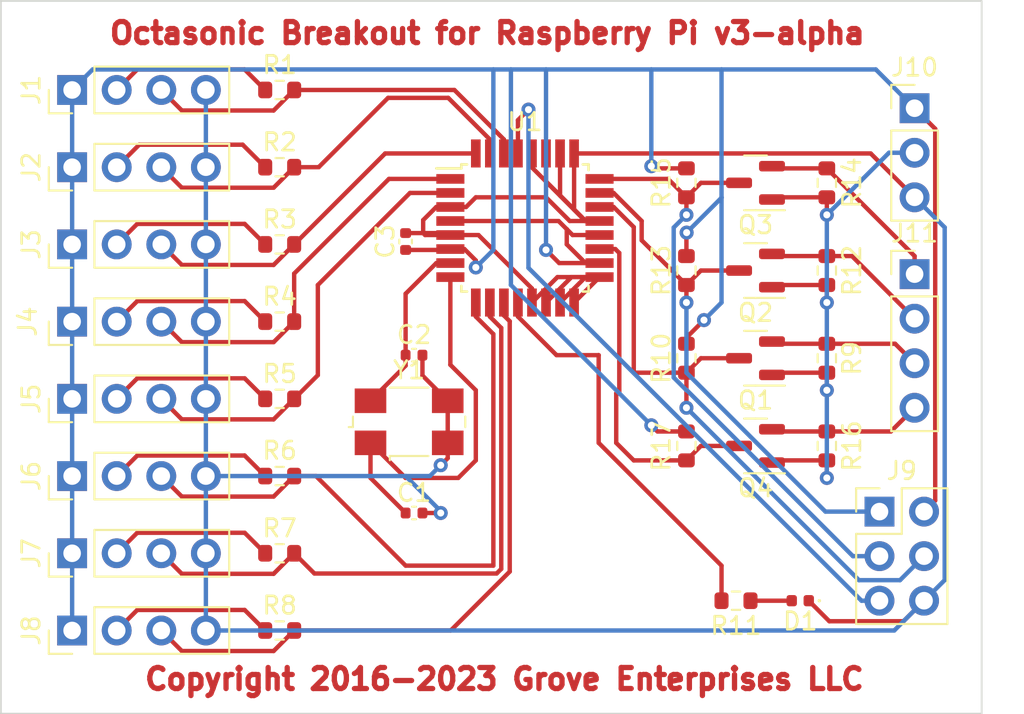
<source format=kicad_pcb>
(kicad_pcb (version 20221018) (generator pcbnew)
  (layers (0 "F.Cu" signal) (31 "B.Cu" signal) (34 "B.Paste" user) (35 "F.Paste" user) (36 "B.SilkS" user "B.Silkscreen") (37 "F.SilkS" user "F.Silkscreen") (38 "B.Mask" user) (39 "F.Mask" user) (44 "Edge.Cuts" user))
  (net 0 "")
  (net 1 "+5V")
  (net 2 "Net-(J1-Pin_2)")
  (net 3 "/PD0")
  (net 4 "GND")
  (net 5 "/PD3")
  (net 6 "/PD4")
  (net 7 "Net-(U1-XTAL1{slash}PB6)")
  (net 8 "Net-(U1-XTAL2{slash}PB7)")
  (net 9 "/PD5")
  (net 10 "/PD6")
  (net 11 "/PD7")
  (net 12 "Net-(D1-A)")
  (net 13 "/MISO_HV")
  (net 14 "/SCK_HV")
  (net 15 "/MOSI_HV")
  (net 16 "/RESET")
  (net 17 "+3.3V")
  (net 18 "/MISO_LV")
  (net 19 "/MOSI_LV")
  (net 20 "/SCK_LV")
  (net 21 "/SS_LV")
  (net 22 "/SS_HV")
  (net 23 "Net-(U1-PB0)")
  (net 24 "/PD1")
  (net 25 "/PD2")
  (net 26 "Net-(J2-Pin_2)")
  (net 27 "Net-(J3-Pin_2)")
  (net 28 "Net-(J4-Pin_2)")
  (net 29 "Net-(J5-Pin_2)")
  (net 30 "Net-(J6-Pin_2)")
  (net 31 "Net-(J7-Pin_2)")
  (net 32 "Net-(J8-Pin_2)")
  (footprint "Resistor_SMD:R_0603_1608Metric" (layer "F.Cu") (at 170.825 64.685332)
    (fp_text reference "R3" (at 0 -1.43) (layer "F.SilkS"))
    (fp_text value "R_US" hide)
    (pad "1" smd roundrect (at -0.825 0) (size 0.8 0.95) (layers "F.Cu" "F.Paste" "F.Mask") (net 27 "Net-(J3-Pin_2)"))
    (pad "2" smd roundrect (at 0.825 0) (size 0.8 0.95) (layers "F.Cu" "F.Paste" "F.Mask") (net 25 "/PD2"))
  )
  (footprint "Resistor_SMD:R_0603_1608Metric" (layer "F.Cu") (at 170.825 82.295996)
    (fp_text reference "R7" (at 0 -1.43) (layer "F.SilkS"))
    (fp_text value "R_US" hide)
    (pad "1" smd roundrect (at -0.825 0) (size 0.8 0.95) (layers "F.Cu" "F.Paste" "F.Mask") (net 31 "Net-(J7-Pin_2)"))
    (pad "2" smd roundrect (at 0.825 0) (size 0.8 0.95) (layers "F.Cu" "F.Paste" "F.Mask") (net 10 "/PD6"))
  )
  (footprint "Connector_PinHeader_2.54mm:PinHeader_1x04_P2.54mm_Vertical" (layer "F.Cu") (at 159 82.295996 90)
    (fp_text reference "J7" (at 0 -2.33 90) (layer "F.SilkS"))
    (fp_text value "Conn_01x04_Pin" hide)
    (pad "1" thru_hole rect (at 0 0 90) (size 1.7 1.7) (drill 1) (layers "*.Cu" "*.Mask") (net 1 "+5V"))
    (pad "2" thru_hole oval (at 0 2.54 90) (size 1.7 1.7) (drill 1) (layers "*.Cu" "*.Mask") (net 31 "Net-(J7-Pin_2)"))
    (pad "3" thru_hole oval (at 0 5.08 90) (size 1.7 1.7) (drill 1) (layers "*.Cu" "*.Mask") (net 10 "/PD6"))
    (pad "4" thru_hole oval (at 0 7.62 90) (size 1.7 1.7) (drill 1) (layers "*.Cu" "*.Mask") (net 4 "GND"))
  )
  (footprint "Connector_PinHeader_2.54mm:PinHeader_1x04_P2.54mm_Vertical" (layer "F.Cu") (at 159 86.698662 90)
    (fp_text reference "J8" (at 0 -2.33 90) (layer "F.SilkS"))
    (fp_text value "Conn_01x04_Pin" hide)
    (pad "1" thru_hole rect (at 0 0 90) (size 1.7 1.7) (drill 1) (layers "*.Cu" "*.Mask") (net 1 "+5V"))
    (pad "2" thru_hole oval (at 0 2.54 90) (size 1.7 1.7) (drill 1) (layers "*.Cu" "*.Mask") (net 32 "Net-(J8-Pin_2)"))
    (pad "3" thru_hole oval (at 0 5.08 90) (size 1.7 1.7) (drill 1) (layers "*.Cu" "*.Mask") (net 11 "/PD7"))
    (pad "4" thru_hole oval (at 0 7.62 90) (size 1.7 1.7) (drill 1) (layers "*.Cu" "*.Mask") (net 4 "GND"))
  )
  (footprint "Connector_PinHeader_2.54mm:PinHeader_1x04_P2.54mm_Vertical" (layer "F.Cu") (at 159 77.89333 90)
    (fp_text reference "J6" (at 0 -2.33 90) (layer "F.SilkS"))
    (fp_text value "Conn_01x04_Pin" hide)
    (pad "1" thru_hole rect (at 0 0 90) (size 1.7 1.7) (drill 1) (layers "*.Cu" "*.Mask") (net 1 "+5V"))
    (pad "2" thru_hole oval (at 0 2.54 90) (size 1.7 1.7) (drill 1) (layers "*.Cu" "*.Mask") (net 30 "Net-(J6-Pin_2)"))
    (pad "3" thru_hole oval (at 0 5.08 90) (size 1.7 1.7) (drill 1) (layers "*.Cu" "*.Mask") (net 9 "/PD5"))
    (pad "4" thru_hole oval (at 0 7.62 90) (size 1.7 1.7) (drill 1) (layers "*.Cu" "*.Mask") (net 4 "GND"))
  )
  (footprint "Connector_PinHeader_2.54mm:PinHeader_1x04_P2.54mm_Vertical" (layer "F.Cu") (at 159 64.685332 90)
    (fp_text reference "J3" (at 0 -2.33 90) (layer "F.SilkS"))
    (fp_text value "Conn_01x04_Pin" hide)
    (pad "1" thru_hole rect (at 0 0 90) (size 1.7 1.7) (drill 1) (layers "*.Cu" "*.Mask") (net 1 "+5V"))
    (pad "2" thru_hole oval (at 0 2.54 90) (size 1.7 1.7) (drill 1) (layers "*.Cu" "*.Mask") (net 27 "Net-(J3-Pin_2)"))
    (pad "3" thru_hole oval (at 0 5.08 90) (size 1.7 1.7) (drill 1) (layers "*.Cu" "*.Mask") (net 25 "/PD2"))
    (pad "4" thru_hole oval (at 0 7.62 90) (size 1.7 1.7) (drill 1) (layers "*.Cu" "*.Mask") (net 4 "GND"))
  )
  (footprint "Connector_PinHeader_2.54mm:PinHeader_1x04_P2.54mm_Vertical" (layer "F.Cu") (at 159 73.490664 90)
    (fp_text reference "J5" (at 0 -2.33 90) (layer "F.SilkS"))
    (fp_text value "Conn_01x04_Pin" hide)
    (pad "1" thru_hole rect (at 0 0 90) (size 1.7 1.7) (drill 1) (layers "*.Cu" "*.Mask") (net 1 "+5V"))
    (pad "2" thru_hole oval (at 0 2.54 90) (size 1.7 1.7) (drill 1) (layers "*.Cu" "*.Mask") (net 29 "Net-(J5-Pin_2)"))
    (pad "3" thru_hole oval (at 0 5.08 90) (size 1.7 1.7) (drill 1) (layers "*.Cu" "*.Mask") (net 6 "/PD4"))
    (pad "4" thru_hole oval (at 0 7.62 90) (size 1.7 1.7) (drill 1) (layers "*.Cu" "*.Mask") (net 4 "GND"))
  )
  (footprint "Connector_PinHeader_2.54mm:PinHeader_1x04_P2.54mm_Vertical" (layer "F.Cu") (at 159 69.087998 90)
    (fp_text reference "J4" (at 0 -2.54 90) (layer "F.SilkS"))
    (fp_text value "Conn_01x04_Pin" hide)
    (pad "1" thru_hole rect (at 0 0 90) (size 1.7 1.7) (drill 1) (layers "*.Cu" "*.Mask") (net 1 "+5V"))
    (pad "2" thru_hole oval (at 0 2.54 90) (size 1.7 1.7) (drill 1) (layers "*.Cu" "*.Mask") (net 28 "Net-(J4-Pin_2)"))
    (pad "3" thru_hole oval (at 0 5.08 90) (size 1.7 1.7) (drill 1) (layers "*.Cu" "*.Mask") (net 5 "/PD3"))
    (pad "4" thru_hole oval (at 0 7.62 90) (size 1.7 1.7) (drill 1) (layers "*.Cu" "*.Mask") (net 4 "GND"))
  )
  (footprint "Resistor_SMD:R_0603_1608Metric" (layer "F.Cu") (at 170.825 69.087998)
    (fp_text reference "R4" (at 0 -1.43) (layer "F.SilkS"))
    (fp_text value "R_US" hide)
    (pad "1" smd roundrect (at -0.825 0) (size 0.8 0.95) (layers "F.Cu" "F.Paste" "F.Mask") (net 28 "Net-(J4-Pin_2)"))
    (pad "2" smd roundrect (at 0.825 0) (size 0.8 0.95) (layers "F.Cu" "F.Paste" "F.Mask") (net 5 "/PD3"))
  )
  (footprint "Resistor_SMD:R_0603_1608Metric" (layer "F.Cu") (at 194 66.175 90)
    (fp_text reference "R13" (at 0 -1.43 90) (layer "F.SilkS"))
    (fp_text value "10k")
    (pad "1" smd roundrect (at -0.825 0 90) (size 0.8 0.95) (layers "F.Cu" "F.Paste" "F.Mask") (net 13 "/MISO_HV"))
    (pad "2" smd roundrect (at 0.825 0 90) (size 0.8 0.95) (layers "F.Cu" "F.Paste" "F.Mask") (net 1 "+5V"))
  )
  (footprint "Package_TO_SOT_SMD:SOT-23" (layer "F.Cu") (at 197.9375 71.175 180)
    (fp_text reference "Q1" (at 0 -2.4) (layer "F.SilkS"))
    (fp_text value "BSS138" hide)
    (pad "1" smd roundrect (at -0.9375 -0.95 180) (size 1.475 0.6) (layers "F.Cu" "F.Paste" "F.Mask") (net 17 "+3.3V"))
    (pad "2" smd roundrect (at -0.9375 0.95 180) (size 1.475 0.6) (layers "F.Cu" "F.Paste" "F.Mask") (net 19 "/MOSI_LV"))
    (pad "3" smd roundrect (at 0.9375 0 180) (size 1.475 0.6) (layers "F.Cu" "F.Paste" "F.Mask") (net 15 "/MOSI_HV"))
  )
  (footprint "Resistor_SMD:R_0603_1608Metric" (layer "F.Cu") (at 170.825 60.282666)
    (fp_text reference "R2" (at 0 -1.43) (layer "F.SilkS"))
    (fp_text value "R_US" hide)
    (pad "1" smd roundrect (at -0.825 0) (size 0.8 0.95) (layers "F.Cu" "F.Paste" "F.Mask") (net 26 "Net-(J2-Pin_2)"))
    (pad "2" smd roundrect (at 0.825 0) (size 0.8 0.95) (layers "F.Cu" "F.Paste" "F.Mask") (net 24 "/PD1"))
  )
  (footprint "Capacitor_SMD:C_0402_1005Metric" (layer "F.Cu") (at 178.48 71)
    (fp_text reference "C2" (at 0 -1.16) (layer "F.SilkS"))
    (fp_text value "22pF")
    (pad "1" smd roundrect (at -0.48 0) (size 0.56 0.62) (layers "F.Cu" "F.Paste" "F.Mask") (net 7 "Net-(U1-XTAL1{slash}PB6)"))
    (pad "2" smd roundrect (at 0.48 0) (size 0.56 0.62) (layers "F.Cu" "F.Paste" "F.Mask") (net 4 "GND"))
  )
  (footprint "Resistor_SMD:R_0603_1608Metric" (layer "F.Cu") (at 170.825 77.89333)
    (fp_text reference "R6" (at 0 -1.451425) (layer "F.SilkS"))
    (fp_text value "R_US" hide)
    (pad "1" smd roundrect (at -0.825 0) (size 0.8 0.95) (layers "F.Cu" "F.Paste" "F.Mask") (net 30 "Net-(J6-Pin_2)"))
    (pad "2" smd roundrect (at 0.825 0) (size 0.8 0.95) (layers "F.Cu" "F.Paste" "F.Mask") (net 9 "/PD5"))
  )
  (footprint "Resistor_SMD:R_0603_1608Metric" (layer "F.Cu") (at 170.825 73.490664)
    (fp_text reference "R5" (at 0 -1.43) (layer "F.SilkS"))
    (fp_text value "R_US" hide)
    (pad "1" smd roundrect (at -0.825 0) (size 0.8 0.95) (layers "F.Cu" "F.Paste" "F.Mask") (net 29 "Net-(J5-Pin_2)"))
    (pad "2" smd roundrect (at 0.825 0) (size 0.8 0.95) (layers "F.Cu" "F.Paste" "F.Mask") (net 6 "/PD4"))
  )
  (footprint "Connector_PinHeader_2.54mm:PinHeader_2x03_P2.54mm_Vertical" (layer "F.Cu") (at 205 79.92)
    (fp_text reference "J9" (at 1.27 -2.33) (layer "F.SilkS"))
    (fp_text value "AVR-ISP-6")
    (pad "1" thru_hole rect (at 0 0) (size 1.7 1.7) (drill 1) (layers "*.Cu" "*.Mask") (net 13 "/MISO_HV"))
    (pad "2" thru_hole oval (at 2.54 0) (size 1.7 1.7) (drill 1) (layers "*.Cu" "*.Mask") (net 1 "+5V"))
    (pad "3" thru_hole oval (at 0 2.54) (size 1.7 1.7) (drill 1) (layers "*.Cu" "*.Mask") (net 14 "/SCK_HV"))
    (pad "4" thru_hole oval (at 2.54 2.54) (size 1.7 1.7) (drill 1) (layers "*.Cu" "*.Mask") (net 15 "/MOSI_HV"))
    (pad "5" thru_hole oval (at 0 5.08) (size 1.7 1.7) (drill 1) (layers "*.Cu" "*.Mask") (net 16 "/RESET"))
    (pad "6" thru_hole oval (at 2.54 5.08) (size 1.7 1.7) (drill 1) (layers "*.Cu" "*.Mask") (net 4 "GND"))
  )
  (footprint "Resistor_SMD:R_0603_1608Metric" (layer "F.Cu") (at 196.825 85 180)
    (fp_text reference "R11" (at 0 -1.43) (layer "F.SilkS"))
    (fp_text value "330")
    (pad "1" smd roundrect (at -0.825 0 180) (size 0.8 0.95) (layers "F.Cu" "F.Paste" "F.Mask") (net 12 "Net-(D1-A)"))
    (pad "2" smd roundrect (at 0.825 0 180) (size 0.8 0.95) (layers "F.Cu" "F.Paste" "F.Mask") (net 23 "Net-(U1-PB0)"))
  )
  (footprint "Resistor_SMD:R_0603_1608Metric" (layer "F.Cu") (at 194 76.175 90)
    (fp_text reference "R17" (at 0 -1.43 90) (layer "F.SilkS"))
    (fp_text value "10k")
    (pad "1" smd roundrect (at -0.825 0 90) (size 0.8 0.95) (layers "F.Cu" "F.Paste" "F.Mask") (net 22 "/SS_HV"))
    (pad "2" smd roundrect (at 0.825 0 90) (size 0.8 0.95) (layers "F.Cu" "F.Paste" "F.Mask") (net 1 "+5V"))
  )
  (footprint "Capacitor_SMD:C_0402_1005Metric" (layer "F.Cu") (at 178 64.52 90)
    (fp_text reference "C3" (at 0 -1.16 90) (layer "F.SilkS"))
    (fp_text value "0.1uF")
    (pad "1" smd roundrect (at -0.48 0 90) (size 0.56 0.62) (layers "F.Cu" "F.Paste" "F.Mask") (net 1 "+5V"))
    (pad "2" smd roundrect (at 0.48 0 90) (size 0.56 0.62) (layers "F.Cu" "F.Paste" "F.Mask") (net 4 "GND"))
  )
  (footprint "Crystal:Crystal_SMD_0603-4Pin_6.0x3.5mm" (layer "F.Cu") (at 178.2 74.8)
    (fp_text reference "Y1" (at 0 -2.95) (layer "F.SilkS"))
    (fp_text value "Crystal_GND23")
    (pad "1" smd rect (at -2.2 1.2) (size 1.8 1.4) (layers "F.Cu" "F.Paste" "F.Mask") (net 8 "Net-(U1-XTAL2{slash}PB7)"))
    (pad "2" smd rect (at 2.2 1.2) (size 1.8 1.4) (layers "F.Cu" "F.Paste" "F.Mask") (net 4 "GND"))
    (pad "3" smd rect (at 2.2 -1.2) (size 1.8 1.4) (layers "F.Cu" "F.Paste" "F.Mask") (net 4 "GND"))
    (pad "4" smd rect (at -2.2 -1.2) (size 1.8 1.4) (layers "F.Cu" "F.Paste" "F.Mask") (net 7 "Net-(U1-XTAL1{slash}PB6)"))
  )
  (footprint "Connector_PinHeader_2.54mm:PinHeader_1x04_P2.54mm_Vertical" (layer "F.Cu") (at 159 55.88 90)
    (fp_text reference "J1" (at 0 -2.33 90) (layer "F.SilkS"))
    (fp_text value "Conn_01x04_Pin" hide)
    (pad "1" thru_hole rect (at 0 0 90) (size 1.7 1.7) (drill 1) (layers "*.Cu" "*.Mask") (net 1 "+5V"))
    (pad "2" thru_hole oval (at 0 2.54 90) (size 1.7 1.7) (drill 1) (layers "*.Cu" "*.Mask") (net 2 "Net-(J1-Pin_2)"))
    (pad "3" thru_hole oval (at 0 5.08 90) (size 1.7 1.7) (drill 1) (layers "*.Cu" "*.Mask") (net 3 "/PD0"))
    (pad "4" thru_hole oval (at 0 7.62 90) (size 1.7 1.7) (drill 1) (layers "*.Cu" "*.Mask") (net 4 "GND"))
  )
  (footprint "Resistor_SMD:R_0603_1608Metric" (layer "F.Cu") (at 202 61.175 -90)
    (fp_text reference "R14" (at 0 -1.43 90) (layer "F.SilkS"))
    (fp_text value "10k")
    (pad "1" smd roundrect (at -0.825 0 270) (size 0.8 0.95) (layers "F.Cu" "F.Paste" "F.Mask") (net 20 "/SCK_LV"))
    (pad "2" smd roundrect (at 0.825 0 270) (size 0.8 0.95) (layers "F.Cu" "F.Paste" "F.Mask") (net 17 "+3.3V"))
  )
  (footprint "Connector_PinHeader_2.54mm:PinHeader_1x04_P2.54mm_Vertical" (layer "F.Cu") (at 207 66.38)
    (fp_text reference "J11" (at 0 -2.33) (layer "F.SilkS"))
    (fp_text value "Conn_01x04_Pin")
    (pad "1" thru_hole rect (at 0 0) (size 1.7 1.7) (drill 1) (layers "*.Cu" "*.Mask") (net 20 "/SCK_LV"))
    (pad "2" thru_hole oval (at 0 2.54) (size 1.7 1.7) (drill 1) (layers "*.Cu" "*.Mask") (net 18 "/MISO_LV"))
    (pad "3" thru_hole oval (at 0 5.08) (size 1.7 1.7) (drill 1) (layers "*.Cu" "*.Mask") (net 19 "/MOSI_LV"))
    (pad "4" thru_hole oval (at 0 7.62) (size 1.7 1.7) (drill 1) (layers "*.Cu" "*.Mask") (net 21 "/SS_LV"))
  )
  (footprint "Resistor_SMD:R_0603_1608Metric" (layer "F.Cu") (at 202 71.175 -90)
    (fp_text reference "R9" (at 0 -1.43 90) (layer "F.SilkS"))
    (fp_text value "10k")
    (pad "1" smd roundrect (at -0.825 0 270) (size 0.8 0.95) (layers "F.Cu" "F.Paste" "F.Mask") (net 19 "/MOSI_LV"))
    (pad "2" smd roundrect (at 0.825 0 270) (size 0.8 0.95) (layers "F.Cu" "F.Paste" "F.Mask") (net 17 "+3.3V"))
  )
  (footprint "Capacitor_SMD:C_0402_1005Metric" (layer "F.Cu") (at 178.48 80)
    (fp_text reference "C1" (at 0 -1.16) (layer "F.SilkS"))
    (fp_text value "22pF")
    (pad "1" smd roundrect (at -0.48 0) (size 0.56 0.62) (layers "F.Cu" "F.Paste" "F.Mask") (net 8 "Net-(U1-XTAL2{slash}PB7)"))
    (pad "2" smd roundrect (at 0.48 0) (size 0.56 0.62) (layers "F.Cu" "F.Paste" "F.Mask") (net 4 "GND"))
  )
  (footprint "Resistor_SMD:R_0603_1608Metric" (layer "F.Cu") (at 202 66.175 -90)
    (fp_text reference "R12" (at 0 -1.43 90) (layer "F.SilkS"))
    (fp_text value "10k")
    (pad "1" smd roundrect (at -0.825 0 270) (size 0.8 0.95) (layers "F.Cu" "F.Paste" "F.Mask") (net 18 "/MISO_LV"))
    (pad "2" smd roundrect (at 0.825 0 270) (size 0.8 0.95) (layers "F.Cu" "F.Paste" "F.Mask") (net 17 "+3.3V"))
  )
  (footprint "Resistor_SMD:R_0603_1608Metric" (layer "F.Cu") (at 202 76.175 -90)
    (fp_text reference "R16" (at 0 -1.43 90) (layer "F.SilkS"))
    (fp_text value "10k")
    (pad "1" smd roundrect (at -0.825 0 270) (size 0.8 0.95) (layers "F.Cu" "F.Paste" "F.Mask") (net 21 "/SS_LV"))
    (pad "2" smd roundrect (at 0.825 0 270) (size 0.8 0.95) (layers "F.Cu" "F.Paste" "F.Mask") (net 17 "+3.3V"))
  )
  (footprint "Connector_PinHeader_2.54mm:PinHeader_1x04_P2.54mm_Vertical" (layer "F.Cu") (at 159 60.282666 90)
    (fp_text reference "J2" (at 0 -2.33 90) (layer "F.SilkS"))
    (fp_text value "Conn_01x04_Pin" hide)
    (pad "1" thru_hole rect (at 0 0 90) (size 1.7 1.7) (drill 1) (layers "*.Cu" "*.Mask") (net 1 "+5V"))
    (pad "2" thru_hole oval (at 0 2.54 90) (size 1.7 1.7) (drill 1) (layers "*.Cu" "*.Mask") (net 26 "Net-(J2-Pin_2)"))
    (pad "3" thru_hole oval (at 0 5.08 90) (size 1.7 1.7) (drill 1) (layers "*.Cu" "*.Mask") (net 24 "/PD1"))
    (pad "4" thru_hole oval (at 0 7.62 90) (size 1.7 1.7) (drill 1) (layers "*.Cu" "*.Mask") (net 4 "GND"))
  )
  (footprint "LED_SMD:LED_0402_1005Metric" (layer "F.Cu") (at 200.485 85 180)
    (fp_text reference "D1" (at 0 -1.17) (layer "F.SilkS"))
    (fp_text value "LED")
    (pad "1" smd roundrect (at -0.485 0 180) (size 0.59 0.64) (layers "F.Cu" "F.Paste" "F.Mask") (net 4 "GND"))
    (pad "2" smd roundrect (at 0.485 0 180) (size 0.59 0.64) (layers "F.Cu" "F.Paste" "F.Mask") (net 12 "Net-(D1-A)"))
  )
  (footprint "Connector_PinHeader_2.54mm:PinHeader_1x03_P2.54mm_Vertical" (layer "F.Cu") (at 207 56.92)
    (fp_text reference "J10" (at 0 -2.33) (layer "F.SilkS"))
    (fp_text value "Conn_01x03_Pin" hide)
    (pad "1" thru_hole rect (at 0 0) (size 1.7 1.7) (drill 1) (layers "*.Cu" "*.Mask") (net 1 "+5V"))
    (pad "2" thru_hole oval (at 0 2.54) (size 1.7 1.7) (drill 1) (layers "*.Cu" "*.Mask") (net 17 "+3.3V"))
    (pad "3" thru_hole oval (at 0 5.08) (size 1.7 1.7) (drill 1) (layers "*.Cu" "*.Mask") (net 4 "GND"))
  )
  (footprint "Package_QFP:TQFP-32_7x7mm_P0.8mm" (layer "F.Cu") (at 184.8 63.75)
    (fp_text reference "U1" (at 0 -6.05) (layer "F.SilkS"))
    (fp_text value "ATmega328-A" hide)
    (pad "1" smd rect (at -4.25 -2.8) (size 1.6 0.55) (layers "F.Cu" "F.Paste" "F.Mask") (net 5 "/PD3"))
    (pad "2" smd rect (at -4.25 -2) (size 1.6 0.55) (layers "F.Cu" "F.Paste" "F.Mask") (net 6 "/PD4"))
    (pad "3" smd rect (at -4.25 -1.2) (size 1.6 0.55) (layers "F.Cu" "F.Paste" "F.Mask") (net 4 "GND"))
    (pad "4" smd rect (at -4.25 -0.4) (size 1.6 0.55) (layers "F.Cu" "F.Paste" "F.Mask") (net 1 "+5V"))
    (pad "5" smd rect (at -4.25 0.4) (size 1.6 0.55) (layers "F.Cu" "F.Paste" "F.Mask") (net 4 "GND"))
    (pad "6" smd rect (at -4.25 1.2) (size 1.6 0.55) (layers "F.Cu" "F.Paste" "F.Mask") (net 1 "+5V"))
    (pad "7" smd rect (at -4.25 2) (size 1.6 0.55) (layers "F.Cu" "F.Paste" "F.Mask") (net 7 "Net-(U1-XTAL1{slash}PB6)"))
    (pad "8" smd rect (at -4.25 2.8) (size 1.6 0.55) (layers "F.Cu" "F.Paste" "F.Mask") (net 8 "Net-(U1-XTAL2{slash}PB7)"))
    (pad "9" smd rect (at -2.8 4.25 90) (size 1.6 0.55) (layers "F.Cu" "F.Paste" "F.Mask") (net 9 "/PD5"))
    (pad "10" smd rect (at -2 4.25 90) (size 1.6 0.55) (layers "F.Cu" "F.Paste" "F.Mask") (net 10 "/PD6"))
    (pad "11" smd rect (at -1.2 4.25 90) (size 1.6 0.55) (layers "F.Cu" "F.Paste" "F.Mask") (net 11 "/PD7"))
    (pad "12" smd rect (at -0.4 4.25 90) (size 1.6 0.55) (layers "F.Cu" "F.Paste" "F.Mask") (net 23 "Net-(U1-PB0)"))
    (pad "13" smd rect (at 0.4 4.25 90) (size 1.6 0.55) (layers "F.Cu" "F.Paste" "F.Mask") (net 4 "GND"))
    (pad "14" smd rect (at 1.2 4.25 90) (size 1.6 0.55) (layers "F.Cu" "F.Paste" "F.Mask") (net 4 "GND"))
    (pad "15" smd rect (at 2 4.25 90) (size 1.6 0.55) (layers "F.Cu" "F.Paste" "F.Mask") (net 4 "GND"))
    (pad "16" smd rect (at 2.8 4.25 90) (size 1.6 0.55) (layers "F.Cu" "F.Paste" "F.Mask") (net 4 "GND"))
    (pad "17" smd rect (at 4.25 2.8) (size 1.6 0.55) (layers "F.Cu" "F.Paste" "F.Mask") (net 4 "GND"))
    (pad "18" smd rect (at 4.25 2) (size 1.6 0.55) (layers "F.Cu" "F.Paste" "F.Mask") (net 1 "+5V"))
    (pad "19" smd rect (at 4.25 1.2) (size 1.6 0.55) (layers "F.Cu" "F.Paste" "F.Mask") (net 22 "/SS_HV"))
    (pad "20" smd rect (at 4.25 0.4) (size 1.6 0.55) (layers "F.Cu" "F.Paste" "F.Mask") (net 1 "+5V"))
    (pad "21" smd rect (at 4.25 -0.4) (size 1.6 0.55) (layers "F.Cu" "F.Paste" "F.Mask") (net 4 "GND"))
    (pad "22" smd rect (at 4.25 -1.2) (size 1.6 0.55) (layers "F.Cu" "F.Paste" "F.Mask") (net 15 "/MOSI_HV"))
    (pad "23" smd rect (at 4.25 -2) (size 1.6 0.55) (layers "F.Cu" "F.Paste" "F.Mask") (net 13 "/MISO_HV"))
    (pad "24" smd rect (at 4.25 -2.8) (size 1.6 0.55) (layers "F.Cu" "F.Paste" "F.Mask") (net 14 "/SCK_HV"))
    (pad "25" smd rect (at 2.8 -4.25 90) (size 1.6 0.55) (layers "F.Cu" "F.Paste" "F.Mask") (net 4 "GND"))
    (pad "26" smd rect (at 2 -4.25 90) (size 1.6 0.55) (layers "F.Cu" "F.Paste" "F.Mask") (net 4 "GND"))
    (pad "27" smd rect (at 1.2 -4.25 90) (size 1.6 0.55) (layers "F.Cu" "F.Paste" "F.Mask") (net 4 "GND"))
    (pad "28" smd rect (at 0.4 -4.25 90) (size 1.6 0.55) (layers "F.Cu" "F.Paste" "F.Mask") (net 4 "GND"))
    (pad "29" smd rect (at -0.4 -4.25 90) (size 1.6 0.55) (layers "F.Cu" "F.Paste" "F.Mask") (net 16 "/RESET"))
    (pad "30" smd rect (at -1.2 -4.25 90) (size 1.6 0.55) (layers "F.Cu" "F.Paste" "F.Mask") (net 3 "/PD0"))
    (pad "31" smd rect (at -2 -4.25 90) (size 1.6 0.55) (layers "F.Cu" "F.Paste" "F.Mask") (net 24 "/PD1"))
    (pad "32" smd rect (at -2.8 -4.25 90) (size 1.6 0.55) (layers "F.Cu" "F.Paste" "F.Mask") (net 25 "/PD2"))
  )
  (footprint "Package_TO_SOT_SMD:SOT-23" (layer "F.Cu") (at 197.9375 76.175 180)
    (fp_text reference "Q4" (at 0 -2.4) (layer "F.SilkS"))
    (fp_text value "BSS138" hide)
    (pad "1" smd roundrect (at -0.9375 -0.95 180) (size 1.475 0.6) (layers "F.Cu" "F.Paste" "F.Mask") (net 17 "+3.3V"))
    (pad "2" smd roundrect (at -0.9375 0.95 180) (size 1.475 0.6) (layers "F.Cu" "F.Paste" "F.Mask") (net 21 "/SS_LV"))
    (pad "3" smd roundrect (at 0.9375 0 180) (size 1.475 0.6) (layers "F.Cu" "F.Paste" "F.Mask") (net 22 "/SS_HV"))
  )
  (footprint "Package_TO_SOT_SMD:SOT-23" (layer "F.Cu") (at 197.9375 61.175 180)
    (fp_text reference "Q3" (at 0 -2.4) (layer "F.SilkS"))
    (fp_text value "BSS138" hide)
    (pad "1" smd roundrect (at -0.9375 -0.95 180) (size 1.475 0.6) (layers "F.Cu" "F.Paste" "F.Mask") (net 17 "+3.3V"))
    (pad "2" smd roundrect (at -0.9375 0.95 180) (size 1.475 0.6) (layers "F.Cu" "F.Paste" "F.Mask") (net 20 "/SCK_LV"))
    (pad "3" smd roundrect (at 0.9375 0 180) (size 1.475 0.6) (layers "F.Cu" "F.Paste" "F.Mask") (net 14 "/SCK_HV"))
  )
  (footprint "Resistor_SMD:R_0603_1608Metric" (layer "F.Cu") (at 194 71.175 90)
    (fp_text reference "R10" (at 0 -1.43 90) (layer "F.SilkS"))
    (fp_text value "10k")
    (pad "1" smd roundrect (at -0.825 0 90) (size 0.8 0.95) (layers "F.Cu" "F.Paste" "F.Mask") (net 15 "/MOSI_HV"))
    (pad "2" smd roundrect (at 0.825 0 90) (size 0.8 0.95) (layers "F.Cu" "F.Paste" "F.Mask") (net 1 "+5V"))
  )
  (footprint "Package_TO_SOT_SMD:SOT-23" (layer "F.Cu") (at 197.9375 66.175 180)
    (fp_text reference "Q2" (at 0 -2.4) (layer "F.SilkS"))
    (fp_text value "BSS138" hide)
    (pad "1" smd roundrect (at -0.9375 -0.95 180) (size 1.475 0.6) (layers "F.Cu" "F.Paste" "F.Mask") (net 17 "+3.3V"))
    (pad "2" smd roundrect (at -0.9375 0.95 180) (size 1.475 0.6) (layers "F.Cu" "F.Paste" "F.Mask") (net 18 "/MISO_LV"))
    (pad "3" smd roundrect (at 0.9375 0 180) (size 1.475 0.6) (layers "F.Cu" "F.Paste" "F.Mask") (net 13 "/MISO_HV"))
  )
  (footprint "Resistor_SMD:R_0603_1608Metric" (layer "F.Cu") (at 170.825 86.698662)
    (fp_text reference "R8" (at 0 -1.43) (layer "F.SilkS"))
    (fp_text value "R_US" hide)
    (pad "1" smd roundrect (at -0.825 0) (size 0.8 0.95) (layers "F.Cu" "F.Paste" "F.Mask") (net 32 "Net-(J8-Pin_2)"))
    (pad "2" smd roundrect (at 0.825 0) (size 0.8 0.95) (layers "F.Cu" "F.Paste" "F.Mask") (net 11 "/PD7"))
  )
  (footprint "Resistor_SMD:R_0603_1608Metric" (layer "F.Cu") (at 194 61.175 90)
    (fp_text reference "R15" (at 0 -1.43 90) (layer "F.SilkS"))
    (fp_text value "10k")
    (pad "1" smd roundrect (at -0.825 0 90) (size 0.8 0.95) (layers "F.Cu" "F.Paste" "F.Mask") (net 14 "/SCK_HV"))
    (pad "2" smd roundrect (at 0.825 0 90) (size 0.8 0.95) (layers "F.Cu" "F.Paste" "F.Mask") (net 1 "+5V"))
  )
  (footprint "Resistor_SMD:R_0603_1608Metric" (layer "F.Cu") (at 170.825 55.88)
    (fp_text reference "R1" (at 0 -1.43) (layer "F.SilkS"))
    (fp_text value "R_US" hide)
    (pad "1" smd roundrect (at -0.825 0) (size 0.8 0.95) (layers "F.Cu" "F.Paste" "F.Mask") (net 2 "Net-(J1-Pin_2)"))
    (pad "2" smd roundrect (at 0.825 0) (size 0.8 0.95) (layers "F.Cu" "F.Paste" "F.Mask") (net 3 "/PD0"))
  )
  (gr_rect (start 154.94 50.8) (end 210.82 91.44) (stroke (width 0.1)) (fill none) (layer "Edge.Cuts"))
  (gr_text "Octasonic Breakout for Raspberry Pi v3-alpha" (at 161 53.34) (layer "F.Cu") (effects (font (size 1.2 1.2) (thickness 0.3) bold) (justify left bottom)))
  (gr_text "Copyright 2016-2023 Grove Enterprises LLC" (at 163 90.17) (layer "F.Cu") (effects (font (size 1.2 1.2) (thickness 0.3) bold) (justify left bottom)))
  (segment (start 194 60.35) (end 192.1255 60.35) (width 0.25) (layer "F.Cu") (net 1))
  (segment (start 194 70) (end 195 69) (width 0.25) (layer "F.Cu") (net 1))
  (segment (start 194 75.35) (end 192.35 75.35) (width 0.25) (layer "F.Cu") (net 1))
  (segment (start 186.75 65.75) (end 186 65) (width 0.25) (layer "F.Cu") (net 1))
  (segment (start 187.513604 64.15) (end 189.05 64.15) (width 0.25) (layer "F.Cu") (net 1))
  (segment (start 208.175 79.285) (end 207.54 79.92) (width 0.25) (layer "F.Cu") (net 1))
  (segment (start 182 65.6) (end 182 66) (width 0.25) (layer "F.Cu") (net 1))
  (segment (start 208.175 58.095) (end 208.175 79.285) (width 0.25) (layer "F.Cu") (net 1))
  (segment (start 180.55 63.35) (end 186.713604 63.35) (width 0.25) (layer "F.Cu") (net 1))
  (segment (start 187.181802 64.681802) (end 187.181802 63.818198) (width 0.25) (layer "F.Cu") (net 1))
  (segment (start 180.5 65) (end 180.55 64.95) (width 0.25) (layer "F.Cu") (net 1))
  (segment (start 194 65.35) (end 194 64.024598) (width 0.25) (layer "F.Cu") (net 1))
  (segment (start 189.05 65.75) (end 186.75 65.75) (width 0.25) (layer "F.Cu") (net 1))
  (segment (start 186.713604 63.35) (end 187.181802 63.818198) (width 0.25) (layer "F.Cu") (net 1))
  (segment (start 188.25 65.75) (end 187.181802 64.681802) (width 0.25) (layer "F.Cu") (net 1))
  (segment (start 178 65) (end 180.5 65) (width 0.25) (layer "F.Cu") (net 1))
  (segment (start 192.35 75.35) (end 192 75) (width 0.25) (layer "F.Cu") (net 1))
  (segment (start 194 64.024598) (end 194.012299 64.012299) (width 0.25) (layer "F.Cu") (net 1))
  (segment (start 194 70.35) (end 194 70) (width 0.25) (layer "F.Cu") (net 1))
  (segment (start 189.05 65.75) (end 188.25 65.75) (width 0.25) (layer "F.Cu") (net 1))
  (segment (start 192.1255 60.35) (end 192 60.2245) (width 0.25) (layer "F.Cu") (net 1))
  (segment (start 207 56.92) (end 208.175 58.095) (width 0.25) (layer "F.Cu") (net 1))
  (segment (start 180.55 64.95) (end 181.35 64.95) (width 0.25) (layer "F.Cu") (net 1))
  (segment (start 181.35 64.95) (end 182 65.6) (width 0.25) (layer "F.Cu") (net 1))
  (segment (start 187.181802 63.818198) (end 187.513604 64.15) (width 0.25) (layer "F.Cu") (net 1))
  (via (at 182 66) (size 0.8) (drill 0.4) (layers "F.Cu" "B.Cu") (net 1))
  (via (at 192 75) (size 0.8) (drill 0.4) (layers "F.Cu" "B.Cu") (net 1))
  (via (at 194.012299 64.012299) (size 0.8) (drill 0.4) (layers "F.Cu" "B.Cu") (net 1))
  (via (at 192 60.2245) (size 0.8) (drill 0.4) (layers "F.Cu" "B.Cu") (net 1))
  (via (at 195 69) (size 0.8) (drill 0.4) (layers "F.Cu" "B.Cu") (net 1))
  (via (at 186 65) (size 0.8) (drill 0.4) (layers "F.Cu" "B.Cu") (net 1))
  (segment (start 160.170344 54.709656) (end 183 54.709656) (width 0.25) (layer "B.Cu") (net 1))
  (segment (start 194.012299 64.012299) (end 196 62.024598) (width 0.25) (layer "B.Cu") (net 1))
  (segment (start 159 55.88) (end 159 86.698662) (width 0.25) (layer "B.Cu") (net 1))
  (segment (start 196 62) (end 196 54.709656) (width 0.25) (layer "B.Cu") (net 1))
  (segment (start 196 54.709656) (end 204.789656 54.709656) (width 0.25) (layer "B.Cu") (net 1))
  (segment (start 204.789656 54.709656) (end 207 56.92) (width 0.25) (layer "B.Cu") (net 1))
  (segment (start 196 62.024598) (end 196 62) (width 0.25) (layer "B.Cu") (net 1))
  (segment (start 186 54.709656) (end 192 54.709656) (width 0.25) (layer "B.Cu") (net 1))
  (segment (start 184 67) (end 184 54.709656) (width 0.25) (layer "B.Cu") (net 1))
  (segment (start 192 60.2245) (end 192 54.709656) (width 0.25) (layer "B.Cu") (net 1))
  (segment (start 184 54.709656) (end 186 54.709656) (width 0.25) (layer "B.Cu") (net 1))
  (segment (start 196 68) (end 196 62) (width 0.25) (layer "B.Cu") (net 1))
  (segment (start 183 54.709656) (end 184 54.709656) (width 0.25) (layer "B.Cu") (net 1))
  (segment (start 183 65) (end 183 54.709656) (width 0.25) (layer "B.Cu") (net 1))
  (segment (start 195 69) (end 196 68) (width 0.25) (layer "B.Cu") (net 1))
  (segment (start 186 65) (end 186 54.709656) (width 0.25) (layer "B.Cu") (net 1))
  (segment (start 192 75) (end 184 67) (width 0.25) (layer "B.Cu") (net 1))
  (segment (start 182 66) (end 183 65) (width 0.25) (layer "B.Cu") (net 1))
  (segment (start 192 54.709656) (end 196 54.709656) (width 0.25) (layer "B.Cu") (net 1))
  (segment (start 159 55.88) (end 160.170344 54.709656) (width 0.25) (layer "B.Cu") (net 1))
  (segment (start 170 55.88) (end 168.829656 54.709656) (width 0.25) (layer "F.Cu") (net 2))
  (segment (start 162.710344 54.709656) (end 161.54 55.88) (width 0.25) (layer "F.Cu") (net 2))
  (segment (start 168.829656 54.709656) (end 162.710344 54.709656) (width 0.25) (layer "F.Cu") (net 2))
  (segment (start 170.479656 57.050344) (end 165.250344 57.050344) (width 0.25) (layer "F.Cu") (net 3))
  (segment (start 180.78 55.88) (end 183.6 58.7) (width 0.25) (layer "F.Cu") (net 3))
  (segment (start 165.250344 57.050344) (end 164.08 55.88) (width 0.25) (layer "F.Cu") (net 3))
  (segment (start 171.65 55.88) (end 180.78 55.88) (width 0.25) (layer "F.Cu") (net 3))
  (segment (start 183.6 58.7) (end 183.6 59.5) (width 0.25) (layer "F.Cu") (net 3))
  (segment (start 171.65 55.88) (end 170.479656 57.050344) (width 0.25) (layer "F.Cu") (net 3))
  (segment (start 182 62) (end 186 62) (width 0.25) (layer "F.Cu") (net 4))
  (segment (start 188.25 66.55) (end 186.8 68) (width 0.25) (layer "F.Cu") (net 4))
  (segment (start 186.65 66.55) (end 185.2 68) (width 0.25) (layer "F.Cu") (net 4))
  (segment (start 185.2 59.5) (end 185.2 60.3) (width 0.25) (layer "F.Cu") (net 4))
  (segment (start 206.369656 86.170344) (end 207.54 85) (width 0.25) (layer "F.Cu") (net 4))
  (segment (start 180.44 64.04) (end 180.55 64.15) (width 0.25) (layer "F.Cu") (net 4))
  (segment (start 189.05 66.55) (end 186.65 66.55) (width 0.25) (layer "F.Cu") (net 4))
  (segment (start 186 62) (end 187.35 63.35) (width 0.25) (layer "F.Cu") (net 4))
  (segment (start 180.55 64.15) (end 182.15 64.15) (width 0.25) (layer "F.Cu") (net 4))
  (segment (start 204.5 59.5) (end 207 62) (width 0.25) (layer "F.Cu") (net 4))
  (segment (start 178.96 80) (end 180 80) (width 0.25) (layer "F.Cu") (net 4))
  (segment (start 189.05 66.55) (end 187.6 68) (width 0.25) (layer "F.Cu") (net 4))
  (segment (start 188.25 63.35) (end 189.05 63.35) (width 0.25) (layer "F.Cu") (net 4))
  (segment (start 202.140344 86.170344) (end 206.369656 86.170344) (width 0.25) (layer "F.Cu") (net 4))
  (segment (start 186.8 59.5) (end 186.8 61.9) (width 0.25) (layer "F.Cu") (net 4))
  (segment (start 186 59.5) (end 186 61.1) (width 0.25) (layer "F.Cu") (net 4))
  (segment (start 178.96 71) (end 178.96 72.16) (width 0.25) (layer "F.Cu") (net 4))
  (segment (start 182.15 64.15) (end 185.2 67.2) (width 0.25) (layer "F.Cu") (net 4))
  (segment (start 186 61.1) (end 188.25 63.35) (width 0.25) (layer "F.Cu") (net 4))
  (segment (start 181.45 62.55) (end 182 62) (width 0.25) (layer "F.Cu") (net 4))
  (segment (start 178.96 72.16) (end 180.4 73.6) (width 0.25) (layer "F.Cu") (net 4))
  (segment (start 187.6 62.7) (end 188.25 63.35) (width 0.25) (layer "F.Cu") (net 4))
  (segment (start 180.4 76) (end 180.4 76.8755) (width 0.25) (layer "F.Cu") (net 4))
  (segment (start 200.97 85) (end 202.140344 86.170344) (width 0.25) (layer "F.Cu") (net 4))
  (segment (start 187.6 59.5) (end 204.5 59.5) (width 0.25) (layer "F.Cu") (net 4))
  (segment (start 180.4 73.6) (end 180.4 76) (width 0.25) (layer "F.Cu") (net 4))
  (segment (start 179 64.04) (end 179.11 64.15) (width 0.25) (layer "F.Cu") (net 4))
  (segment (start 180.55 62.55) (end 179.75 62.55) (width 0.25) (layer "F.Cu") (net 4))
  (segment (start 185.2 67.2) (end 185.2 68) (width 0.25) (layer "F.Cu") (net 4))
  (segment (start 187.45 66.55) (end 186 68) (width 0.25) (layer "F.Cu") (net 4))
  (segment (start 186.8 61.9) (end 188.25 63.35) (width 0.25) (layer "F.Cu") (net 4))
  (segment (start 179.11 64.15) (end 180.55 64.15) (width 0.25) (layer "F.Cu") (net 4))
  (segment (start 185.2 60.3) (end 188.25 63.35) (width 0.25) (layer "F.Cu") (net 4))
  (segment (start 178 64.04) (end 180.44 64.04) (width 0.25) (layer "F.Cu") (net 4))
  (segment (start 187.6 59.5) (end 187.6 62.7) (width 0.25) (layer "F.Cu") (net 4))
  (segment (start 180.4 76.8755) (end 180 77.2755) (width 0.25) (layer "F.Cu") (net 4))
  (segment (start 187.35 63.35) (end 189.05 63.35) (width 0.25) (layer "F.Cu") (net 4))
  (segment (start 189.05 66.55) (end 187.45 66.55) (width 0.25) (layer "F.Cu") (net 4))
  (segment (start 189.05 66.55) (end 188.25 66.55) (width 0.25) (layer "F.Cu") (net 4))
  (segment (start 180.55 62.55) (end 181.45 62.55) (width 0.25) (layer "F.Cu") (net 4))
  (segment (start 179.75 62.55) (end 179 63.3) (width 0.25) (layer "F.Cu") (net 4))
  (segment (start 179 63.3) (end 179 64.04) (width 0.25) (layer "F.Cu") (net 4))
  (via (at 180 77.2755) (size 0.8) (drill 0.4) (layers "F.Cu" "B.Cu") (net 4))
  (via (at 180 80) (size 0.8) (drill 0.4) (layers "F.Cu" "B.Cu") (net 4))
  (segment (start 166.62 60.282666) (end 166.62 64.685332) (width 0.25) (layer "B.Cu") (net 4))
  (segment (start 166.62 69.087998) (end 166.62 73.490664) (width 0.25) (layer "B.Cu") (net 4))
  (segment (start 205.841338 86.698662) (end 166.62 86.698662) (width 0.25) (layer "B.Cu") (net 4))
  (segment (start 166.62 55.88) (end 166.62 60.282666) (width 0.25) (layer "B.Cu") (net 4))
  (segment (start 166.62 77.89333) (end 166.62 82.295996) (width 0.25) (layer "B.Cu") (net 4))
  (segment (start 178 77.89333) (end 166.62 77.89333) (width 0.25) (layer "B.Cu") (net 4))
  (segment (start 166.62 64.685332) (end 166.62 69.087998) (width 0.25) (layer "B.Cu") (net 4))
  (segment (start 208.715 63.715) (end 208.715 83.825) (width 0.25) (layer "B.Cu") (net 4))
  (segment (start 166.62 73.490664) (end 166.62 77.89333) (width 0.25) (layer "B.Cu") (net 4))
  (segment (start 207 62) (end 208.715 63.715) (width 0.25) (layer "B.Cu") (net 4))
  (segment (start 166.62 82.295996) (end 166.62 86.698662) (width 0.25) (layer "B.Cu") (net 4))
  (segment (start 207.54 85) (end 205.841338 86.698662) (width 0.25) (layer "B.Cu") (net 4))
  (segment (start 179.38217 77.89333) (end 178 77.89333) (width 0.25) (layer "B.Cu") (net 4))
  (segment (start 208.715 83.825) (end 207.54 85) (width 0.25) (layer "B.Cu") (net 4))
  (segment (start 180 77.2755) (end 179.38217 77.89333) (width 0.25) (layer "B.Cu") (net 4))
  (segment (start 180 80) (end 180 79.89333) (width 0.25) (layer "B.Cu") (net 4))
  (segment (start 180 79.89333) (end 178 77.89333) (width 0.25) (layer "B.Cu") (net 4))
  (segment (start 171.65 69.087998) (end 170.479656 70.258342) (width 0.25) (layer "F.Cu") (net 5))
  (segment (start 170.479656 70.258342) (end 165.250344 70.258342) (width 0.25) (layer "F.Cu") (net 5))
  (segment (start 177.05 60.95) (end 180.55 60.95) (width 0.25) (layer "F.Cu") (net 5))
  (segment (start 171.65 66.35) (end 177.05 60.95) (width 0.25) (layer "F.Cu") (net 5))
  (segment (start 165.250344 70.258342) (end 164.08 69.087998) (width 0.25) (layer "F.Cu") (net 5))
  (segment (start 171.65 69.087998) (end 171.65 66.35) (width 0.25) (layer "F.Cu") (net 5))
  (segment (start 171.65 73.490664) (end 170.479656 74.661008) (width 0.25) (layer "F.Cu") (net 6))
  (segment (start 178.25 61.75) (end 180.55 61.75) (width 0.25) (layer "F.Cu") (net 6))
  (segment (start 173 72.140664) (end 173 67) (width 0.25) (layer "F.Cu") (net 6))
  (segment (start 170.479656 74.661008) (end 165.250344 74.661008) (width 0.25) (layer "F.Cu") (net 6))
  (segment (start 173 67) (end 178.25 61.75) (width 0.25) (layer "F.Cu") (net 6))
  (segment (start 171.65 73.490664) (end 173 72.140664) (width 0.25) (layer "F.Cu") (net 6))
  (segment (start 165.250344 74.661008) (end 164.08 73.490664) (width 0.25) (layer "F.Cu") (net 6))
  (segment (start 179.75 65.75) (end 178 67.5) (width 0.25) (layer "F.Cu") (net 7))
  (segment (start 178 71.6) (end 176 73.6) (width 0.25) (layer "F.Cu") (net 7))
  (segment (start 178 67.5) (end 178 71) (width 0.25) (layer "F.Cu") (net 7))
  (segment (start 178 71) (end 178 71.6) (width 0.25) (layer "F.Cu") (net 7))
  (segment (start 180.55 65.75) (end 179.75 65.75) (width 0.25) (layer "F.Cu") (net 7))
  (segment (start 176 76) (end 178 78) (width 0.25) (layer "F.Cu") (net 8))
  (segment (start 180.55 71.55) (end 180.55 66.55) (width 0.25) (layer "F.Cu") (net 8))
  (segment (start 181 78) (end 182 77) (width 0.25) (layer "F.Cu") (net 8))
  (segment (start 176 76) (end 176 78) (width 0.25) (layer "F.Cu") (net 8))
  (segment (start 176 78) (end 178 80) (width 0.25) (layer "F.Cu") (net 8))
  (segment (start 182 73) (end 180.55 71.55) (width 0.25) (layer "F.Cu") (net 8))
  (segment (start 178 78) (end 181 78) (width 0.25) (layer "F.Cu") (net 8))
  (segment (start 182 77) (end 182 73) (width 0.25) (layer "F.Cu") (net 8))
  (segment (start 172.89333 77.89333) (end 178 83) (width 0.25) (layer "F.Cu") (net 9))
  (segment (start 183 83) (end 183 69.8) (width 0.25) (layer "F.Cu") (net 9))
  (segment (start 178 83) (end 183 83) (width 0.25) (layer "F.Cu") (net 9))
  (segment (start 182 68.8) (end 182 68) (width 0.25) (layer "F.Cu") (net 9))
  (segment (start 183 69.8) (end 182 68.8) (width 0.25) (layer "F.Cu") (net 9))
  (segment (start 170.479656 79.063674) (end 165.250344 79.063674) (width 0.25) (layer "F.Cu") (net 9))
  (segment (start 171.65 77.89333) (end 170.479656 79.063674) (width 0.25) (layer "F.Cu") (net 9))
  (segment (start 165.250344 79.063674) (end 164.08 77.89333) (width 0.25) (layer "F.Cu") (net 9))
  (segment (start 171.65 77.89333) (end 172.89333 77.89333) (width 0.25) (layer "F.Cu") (net 9))
  (segment (start 183.45 83.186396) (end 183.45 69.45) (width 0.25) (layer "F.Cu") (net 10))
  (segment (start 182.8 68.8) (end 182.8 68) (width 0.25) (layer "F.Cu") (net 10))
  (segment (start 170.479656 83.46634) (end 165.250344 83.46634) (width 0.25) (layer "F.Cu") (net 10))
  (segment (start 183.186396 83.45) (end 183.45 83.186396) (width 0.25) (layer "F.Cu") (net 10))
  (segment (start 171.65 82.295996) (end 170.479656 83.46634) (width 0.25) (layer "F.Cu") (net 10))
  (segment (start 165.250344 83.46634) (end 164.08 82.295996) (width 0.25) (layer "F.Cu") (net 10))
  (segment (start 172.804004 83.45) (end 183.186396 83.45) (width 0.25) (layer "F.Cu") (net 10))
  (segment (start 183.45 69.45) (end 182.8 68.8) (width 0.25) (layer "F.Cu") (net 10))
  (segment (start 171.65 82.295996) (end 172.804004 83.45) (width 0.25) (layer "F.Cu") (net 10))
  (segment (start 183.6 68.73462) (end 183.6 68) (width 0.25) (layer "F.Cu") (net 11))
  (segment (start 170.479656 87.869006) (end 165.250344 87.869006) (width 0.25) (layer "F.Cu") (net 11))
  (segment (start 171.65 86.698662) (end 180.57413 86.698662) (width 0.25) (layer "F.Cu") (net 11))
  (segment (start 171.65 86.698662) (end 170.479656 87.869006) (width 0.25) (layer "F.Cu") (net 11))
  (segment (start 183.93269 69.06731) (end 183.6 68.73462) (width 0.25) (layer "F.Cu") (net 11))
  (segment (start 183.93269 83.340102) (end 183.93269 69.06731) (width 0.25) (layer "F.Cu") (net 11))
  (segment (start 165.250344 87.869006) (end 164.08 86.698662) (width 0.25) (layer "F.Cu") (net 11))
  (segment (start 180.57413 86.698662) (end 183.93269 83.340102) (width 0.25) (layer "F.Cu") (net 11))
  (segment (start 197.65 85) (end 200 85) (width 0.25) (layer "F.Cu") (net 12))
  (segment (start 194 67) (end 194 68) (width 0.25) (layer "F.Cu") (net 13))
  (segment (start 194.825 66.175) (end 194 67) (width 0.25) (layer "F.Cu") (net 13))
  (segment (start 197 66.175) (end 194.825 66.175) (width 0.25) (layer "F.Cu") (net 13))
  (segment (start 189.85 61.75) (end 189.05 61.75) (width 0.25) (layer "F.Cu") (net 13))
  (segment (start 194 67) (end 191.45 64.45) (width 0.25) (layer "F.Cu") (net 13))
  (segment (start 191.45 63.35) (end 189.85 61.75) (width 0.25) (layer "F.Cu") (net 13))
  (segment (start 191.45 64.45) (end 191.45 63.35) (width 0.25) (layer "F.Cu") (net 13))
  (via (at 194 68) (size 0.8) (drill 0.4) (layers "F.Cu" "B.Cu") (net 13))
  (segment (start 194 72) (end 201.92 79.92) (width 0.25) (layer "B.Cu") (net 13))
  (segment (start 194 68) (end 194 72) (width 0.25) (layer "B.Cu") (net 13))
  (segment (start 201.92 79.92) (end 205 79.92) (width 0.25) (layer "B.Cu") (net 13))
  (segment (start 194.825 61.175) (end 194 62) (width 0.25) (layer "F.Cu") (net 14))
  (segment (start 192.95 60.95) (end 189.05 60.95) (width 0.25) (layer "F.Cu") (net 14))
  (segment (start 194 62) (end 194 63) (width 0.25) (layer "F.Cu") (net 14))
  (segment (start 194 62) (end 192.95 60.95) (width 0.25) (layer "F.Cu") (net 14))
  (segment (start 197 61.175) (end 194.825 61.175) (width 0.25) (layer "F.Cu") (net 14))
  (via (at 194 63) (size 0.8) (drill 0.4) (layers "F.Cu" "B.Cu") (net 14))
  (segment (start 194 63) (end 193.275 63.725) (width 0.25) (layer "B.Cu") (net 14))
  (segment (start 194.025305 73) (end 203.485305 82.46) (width 0.25) (layer "B.Cu") (net 14))
  (segment (start 194 73) (end 194.025305 73) (width 0.25) (layer "B.Cu") (net 14))
  (segment (start 203.485305 82.46) (end 205 82.46) (width 0.25) (layer "B.Cu") (net 14))
  (segment (start 193.275 72.275) (end 194 73) (width 0.25) (layer "B.Cu") (net 14))
  (segment (start 193.275 63.725) (end 193.275 72.275) (width 0.25) (layer "B.Cu") (net 14))
  (segment (start 191 63.7) (end 189.85 62.55) (width 0.25) (layer "F.Cu") (net 15))
  (segment (start 191 72) (end 191 63.7) (width 0.25) (layer "F.Cu") (net 15))
  (segment (start 189.85 62.55) (end 189.05 62.55) (width 0.25) (layer "F.Cu") (net 15))
  (segment (start 194.825 71.175) (end 194 72) (width 0.25) (layer "F.Cu") (net 15))
  (segment (start 194 72) (end 194 74) (width 0.25) (layer "F.Cu") (net 15))
  (segment (start 197 71.175) (end 194.825 71.175) (width 0.25) (layer "F.Cu") (net 15))
  (segment (start 194 72) (end 191 72) (width 0.25) (layer "F.Cu") (net 15))
  (via (at 194 74) (size 0.8) (drill 0.4) (layers "F.Cu" "B.Cu") (net 15))
  (segment (start 206.170344 83.829656) (end 207.54 82.46) (width 0.25) (layer "B.Cu") (net 15))
  (segment (start 203.829656 83.829656) (end 206.170344 83.829656) (width 0.25) (layer "B.Cu") (net 15))
  (segment (start 194 74) (end 203.829656 83.829656) (width 0.25) (layer "B.Cu") (net 15))
  (segment (start 184.4 57.6) (end 185 57) (width 0.25) (layer "F.Cu") (net 16))
  (segment (start 184.4 59.5) (end 184.4 57.6) (width 0.25) (layer "F.Cu") (net 16))
  (via (at 185 57) (size 0.8) (drill 0.4) (layers "F.Cu" "B.Cu") (net 16))
  (segment (start 203.974695 85) (end 205 85) (width 0.25) (layer "B.Cu") (net 16))
  (segment (start 185 66.025305) (end 203.974695 85) (width 0.25) (layer "B.Cu") (net 16))
  (segment (start 185 57) (end 185 66.025305) (width 0.25) (layer "B.Cu") (net 16))
  (segment (start 202 72) (end 202 73) (width 0.25) (layer "F.Cu") (net 17))
  (segment (start 202 67) (end 202 68) (width 0.25) (layer "F.Cu") (net 17))
  (segment (start 199 62) (end 198.875 62.125) (width 0.25) (layer "F.Cu") (net 17))
  (segment (start 202 72) (end 199 72) (width 0.25) (layer "F.Cu") (net 17))
  (segment (start 199 77) (end 198.875 77.125) (width 0.25) (layer "F.Cu") (net 17))
  (segment (start 202 77) (end 199 77) (width 0.25) (layer "F.Cu") (net 17))
  (segment (start 199 67) (end 198.875 67.125) (width 0.25) (layer "F.Cu") (net 17))
  (segment (start 202 62) (end 202 63) (width 0.25) (layer "F.Cu") (net 17))
  (segment (start 202 77) (end 202 78) (width 0.25) (layer "F.Cu") (net 17))
  (segment (start 199 72) (end 198.875 72.125) (width 0.25) (layer "F.Cu") (net 17))
  (segment (start 202 62) (end 199 62) (width 0.25) (layer "F.Cu") (net 17))
  (segment (start 202 67) (end 199 67) (width 0.25) (layer "F.Cu") (net 17))
  (via (at 202 78) (size 0.8) (drill 0.4) (layers "F.Cu" "B.Cu") (net 17))
  (via (at 202 63) (size 0.8) (drill 0.4) (layers "F.Cu" "B.Cu") (net 17))
  (via (at 202 68) (size 0.8) (drill 0.4) (layers "F.Cu" "B.Cu") (net 17))
  (via (at 202 73) (size 0.8) (drill 0.4) (layers "F.Cu" "B.Cu") (net 17))
  (segment (start 202 73) (end 202 68) (width 0.25) (layer "B.Cu") (net 17))
  (segment (start 202 63) (end 205.54 59.46) (width 0.25) (layer "B.Cu") (net 17))
  (segment (start 205.54 59.46) (end 207 59.46) (width 0.25) (layer "B.Cu") (net 17))
  (segment (start 202 78) (end 202 73) (width 0.25) (layer "B.Cu") (net 17))
  (segment (start 202 68) (end 202 63) (width 0.25) (layer "B.Cu") (net 17))
  (segment (start 199 65.35) (end 198.875 65.225) (width 0.25) (layer "F.Cu") (net 18))
  (segment (start 203.43 65.35) (end 207 68.92) (width 0.25) (layer "F.Cu") (net 18))
  (segment (start 202 65.35) (end 203.43 65.35) (width 0.25) (layer "F.Cu") (net 18))
  (segment (start 202 65.35) (end 199 65.35) (width 0.25) (layer "F.Cu") (net 18))
  (segment (start 199 70.35) (end 198.875 70.225) (width 0.25) (layer "F.Cu") (net 19))
  (segment (start 205.89 70.35) (end 207 71.46) (width 0.25) (layer "F.Cu") (net 19))
  (segment (start 202 70.35) (end 205.89 70.35) (width 0.25) (layer "F.Cu") (net 19))
  (segment (start 202 70.35) (end 199 70.35) (width 0.25) (layer "F.Cu") (net 19))
  (segment (start 207 65.35) (end 207 66.38) (width 0.25) (layer "F.Cu") (net 20))
  (segment (start 202 60.35) (end 199 60.35) (width 0.25) (layer "F.Cu") (net 20))
  (segment (start 202 60.35) (end 207 65.35) (width 0.25) (layer "F.Cu") (net 20))
  (segment (start 199 60.35) (end 198.875 60.225) (width 0.25) (layer "F.Cu") (net 20))
  (segment (start 202 75.35) (end 205.65 75.35) (width 0.25) (layer "F.Cu") (net 21))
  (segment (start 199 75.35) (end 198.875 75.225) (width 0.25) (layer "F.Cu") (net 21))
  (segment (start 205.65 75.35) (end 207 74) (width 0.25) (layer "F.Cu") (net 21))
  (segment (start 202 75.35) (end 199 75.35) (width 0.25) (layer "F.Cu") (net 21))
  (segment (start 189.95 64.95) (end 189.05 64.95) (width 0.25) (layer "F.Cu") (net 22))
  (segment (start 194 77) (end 191 77) (width 0.25) (layer "F.Cu") (net 22))
  (segment (start 190 76) (end 190 73.175) (width 0.25) (layer "F.Cu") (net 22))
  (segment (start 190.175 73.175) (end 190.175 73) (width 0.25) (layer "F.Cu") (net 22))
  (segment (start 194.825 76.175) (end 194 77) (width 0.25) (layer "F.Cu") (net 22))
  (segment (start 197 76.175) (end 194.825 76.175) (width 0.25) (layer "F.Cu") (net 22))
  (segment (start 190.175 65.175) (end 189.95 64.95) (width 0.25) (layer "F.Cu") (net 22))
  (segment (start 191 77) (end 190 76) (width 0.25) (layer "F.Cu") (net 22))
  (segment (start 190.175 73) (end 190.175 65.175) (width 0.25) (layer "F.Cu") (net 22))
  (segment (start 190 73.175) (end 190.175 73) (width 0.25) (layer "F.Cu") (net 22))
  (segment (start 184.4 68.8) (end 184.4 68) (width 0.25) (layer "F.Cu") (net 23))
  (segment (start 189 71) (end 186.6 71) (width 0.25) (layer "F.Cu") (net 23))
  (segment (start 189 76) (end 189 71) (width 0.25) (layer "F.Cu") (net 23))
  (segment (start 196 83) (end 189 76) (width 0.25) (layer "F.Cu") (net 23))
  (segment (start 196 85) (end 196 83) (width 0.25) (layer "F.Cu") (net 23))
  (segment (start 186.6 71) (end 184.4 68.8) (width 0.25) (layer "F.Cu") (net 23))
  (segment (start 170.479656 61.45301) (end 165.250344 61.45301) (width 0.25) (layer "F.Cu") (net 24))
  (segment (start 171.65 60.282666) (end 170.479656 61.45301) (width 0.25) (layer "F.Cu") (net 24))
  (segment (start 180.43 56.33) (end 177 56.33) (width 0.25) (layer "F.Cu") (net 24))
  (segment (start 182.8 58.7) (end 180.43 56.33) (width 0.25) (layer "F.Cu") (net 24))
  (segment (start 182.8 59.5) (end 182.8 58.7) (width 0.25) (layer "F.Cu") (net 24))
  (segment (start 177 56.33) (end 173.047334 60.282666) (width 0.25) (layer "F.Cu") (net 24))
  (segment (start 173.047334 60.282666) (end 171.65 60.282666) (width 0.25) (layer "F.Cu") (net 24))
  (segment (start 165.250344 61.45301) (end 164.08 60.282666) (width 0.25) (layer "F.Cu") (net 24))
  (segment (start 171.65 64.685332) (end 170.479656 65.855676) (width 0.25) (layer "F.Cu") (net 25))
  (segment (start 176.835332 59.5) (end 171.65 64.685332) (width 0.25) (layer "F.Cu") (net 25))
  (segment (start 165.250344 65.855676) (end 164.08 64.685332) (width 0.25) (layer "F.Cu") (net 25))
  (segment (start 182 59.5) (end 176.835332 59.5) (width 0.25) (layer "F.Cu") (net 25))
  (segment (start 170.479656 65.855676) (end 165.250344 65.855676) (width 0.25) (layer "F.Cu") (net 25))
  (segment (start 168.717334 59) (end 162.822666 59) (width 0.25) (layer "F.Cu") (net 26))
  (segment (start 170 60.282666) (end 168.717334 59) (width 0.25) (layer "F.Cu") (net 26))
  (segment (start 162.822666 59) (end 161.54 60.282666) (width 0.25) (layer "F.Cu") (net 26))
  (segment (start 162.710344 63.514988) (end 161.54 64.685332) (width 0.25) (layer "F.Cu") (net 27))
  (segment (start 168.829656 63.514988) (end 162.710344 63.514988) (width 0.25) (layer "F.Cu") (net 27))
  (segment (start 170 64.685332) (end 168.829656 63.514988) (width 0.25) (layer "F.Cu") (net 27))
  (segment (start 170 69.087998) (end 168.829656 67.917654) (width 0.25) (layer "F.Cu") (net 28))
  (segment (start 168.829656 67.917654) (end 162.710344 67.917654) (width 0.25) (layer "F.Cu") (net 28))
  (segment (start 162.710344 67.917654) (end 161.54 69.087998) (width 0.25) (layer "F.Cu") (net 28))
  (segment (start 168.829656 72.32032) (end 162.710344 72.32032) (width 0.25) (layer "F.Cu") (net 29))
  (segment (start 162.710344 72.32032) (end 161.54 73.490664) (width 0.25) (layer "F.Cu") (net 29))
  (segment (start 170 73.490664) (end 168.829656 72.32032) (width 0.25) (layer "F.Cu") (net 29))
  (segment (start 168.829656 76.722986) (end 162.710344 76.722986) (width 0.25) (layer "F.Cu") (net 30))
  (segment (start 162.710344 76.722986) (end 161.54 77.89333) (width 0.25) (layer "F.Cu") (net 30))
  (segment (start 170 77.89333) (end 168.829656 76.722986) (width 0.25) (layer "F.Cu") (net 30))
  (segment (start 168.829656 81.125652) (end 162.710344 81.125652) (width 0.25) (layer "F.Cu") (net 31))
  (segment (start 162.710344 81.125652) (end 161.54 82.295996) (width 0.25) (layer "F.Cu") (net 31))
  (segment (start 170 82.295996) (end 168.829656 81.125652) (width 0.25) (layer "F.Cu") (net 31))
  (segment (start 168.829656 85.528318) (end 162.710344 85.528318) (width 0.25) (layer "F.Cu") (net 32))
  (segment (start 170 86.698662) (end 168.829656 85.528318) (width 0.25) (layer "F.Cu") (net 32))
  (segment (start 162.710344 85.528318) (end 161.54 86.698662) (width 0.25) (layer "F.Cu") (net 32))
)
</source>
